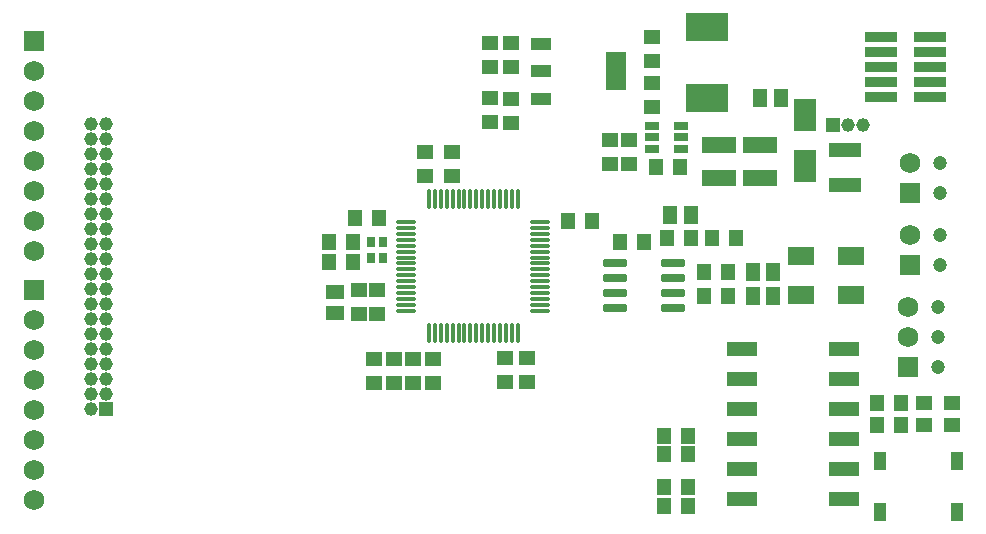
<source format=gts>
G04*
G04 #@! TF.GenerationSoftware,Altium Limited,Altium Designer,23.3.1 (30)*
G04*
G04 Layer_Color=8388736*
%FSLAX24Y24*%
%MOIN*%
G70*
G04*
G04 #@! TF.SameCoordinates,E7BCD5BD-226D-4864-A43D-662A23EE15DB*
G04*
G04*
G04 #@! TF.FilePolarity,Negative*
G04*
G01*
G75*
%ADD37R,0.0488X0.0539*%
%ADD38R,0.0512X0.0618*%
%ADD39R,0.0315X0.0335*%
%ADD40R,0.0571X0.0512*%
%ADD41R,0.0539X0.0488*%
%ADD42R,0.0512X0.0276*%
%ADD43R,0.1146X0.0579*%
%ADD44R,0.1417X0.0965*%
%ADD45R,0.0618X0.0512*%
%ADD46R,0.1000X0.0484*%
%ADD47R,0.0874X0.0630*%
%ADD48R,0.1083X0.0331*%
%ADD49R,0.0689X0.0413*%
%ADD50R,0.0689X0.1299*%
%ADD51R,0.1099X0.0479*%
%ADD52R,0.0394X0.0591*%
%ADD53R,0.0728X0.1083*%
G04:AMPARAMS|DCode=54|XSize=81.5mil|YSize=27.6mil|CornerRadius=4.9mil|HoleSize=0mil|Usage=FLASHONLY|Rotation=0.000|XOffset=0mil|YOffset=0mil|HoleType=Round|Shape=RoundedRectangle|*
%AMROUNDEDRECTD54*
21,1,0.0815,0.0177,0,0,0.0*
21,1,0.0717,0.0276,0,0,0.0*
1,1,0.0098,0.0358,-0.0089*
1,1,0.0098,-0.0358,-0.0089*
1,1,0.0098,-0.0358,0.0089*
1,1,0.0098,0.0358,0.0089*
%
%ADD54ROUNDEDRECTD54*%
G04:AMPARAMS|DCode=55|XSize=65.4mil|YSize=15mil|CornerRadius=4.7mil|HoleSize=0mil|Usage=FLASHONLY|Rotation=0.000|XOffset=0mil|YOffset=0mil|HoleType=Round|Shape=RoundedRectangle|*
%AMROUNDEDRECTD55*
21,1,0.0654,0.0055,0,0,0.0*
21,1,0.0559,0.0150,0,0,0.0*
1,1,0.0094,0.0280,-0.0028*
1,1,0.0094,-0.0280,-0.0028*
1,1,0.0094,-0.0280,0.0028*
1,1,0.0094,0.0280,0.0028*
%
%ADD55ROUNDEDRECTD55*%
G04:AMPARAMS|DCode=56|XSize=65.4mil|YSize=15mil|CornerRadius=4.7mil|HoleSize=0mil|Usage=FLASHONLY|Rotation=270.000|XOffset=0mil|YOffset=0mil|HoleType=Round|Shape=RoundedRectangle|*
%AMROUNDEDRECTD56*
21,1,0.0654,0.0055,0,0,270.0*
21,1,0.0559,0.0150,0,0,270.0*
1,1,0.0094,-0.0028,-0.0280*
1,1,0.0094,-0.0028,0.0280*
1,1,0.0094,0.0028,0.0280*
1,1,0.0094,0.0028,-0.0280*
%
%ADD56ROUNDEDRECTD56*%
%ADD57R,0.0689X0.0689*%
%ADD58C,0.0689*%
%ADD59C,0.0472*%
%ADD60R,0.0453X0.0453*%
%ADD61C,0.0453*%
%ADD62R,0.0453X0.0453*%
D37*
X12100Y9900D02*
D03*
X12900D02*
D03*
X12950Y11350D02*
D03*
X13750D02*
D03*
X24600Y9550D02*
D03*
X25400D02*
D03*
X21801Y10550D02*
D03*
X22600D02*
D03*
X24600Y8750D02*
D03*
X25400D02*
D03*
X23350Y10700D02*
D03*
X24150D02*
D03*
X25650D02*
D03*
X24850D02*
D03*
X24050Y3500D02*
D03*
X23250D02*
D03*
X30350Y4450D02*
D03*
X31150D02*
D03*
X23250Y4100D02*
D03*
X24050D02*
D03*
X30350Y5200D02*
D03*
X31150D02*
D03*
X24050Y1750D02*
D03*
X23250D02*
D03*
X23000Y13050D02*
D03*
X23800D02*
D03*
X20849Y11250D02*
D03*
X20050D02*
D03*
X23250Y2400D02*
D03*
X24050D02*
D03*
X12100Y10550D02*
D03*
X12900D02*
D03*
D38*
X26461Y15350D02*
D03*
X27139D02*
D03*
X26889Y9550D02*
D03*
X26211D02*
D03*
X26889Y8750D02*
D03*
X26211D02*
D03*
X24139Y11450D02*
D03*
X23461D02*
D03*
D39*
X13897Y10566D02*
D03*
Y10034D02*
D03*
X13503D02*
D03*
Y10566D02*
D03*
D40*
X31937Y5200D02*
D03*
X32863D02*
D03*
X31937Y4450D02*
D03*
X32863D02*
D03*
D41*
X14250Y5850D02*
D03*
Y6650D02*
D03*
X16200Y12750D02*
D03*
Y13550D02*
D03*
X17450Y14550D02*
D03*
Y15350D02*
D03*
Y17200D02*
D03*
Y16400D02*
D03*
X13600Y5850D02*
D03*
Y6650D02*
D03*
X15550Y5850D02*
D03*
Y6650D02*
D03*
X13700Y8150D02*
D03*
Y8950D02*
D03*
X22850Y15850D02*
D03*
Y15050D02*
D03*
X18150Y14544D02*
D03*
Y15343D02*
D03*
X18700Y5900D02*
D03*
Y6700D02*
D03*
X14900Y5850D02*
D03*
Y6650D02*
D03*
X13100Y8150D02*
D03*
Y8950D02*
D03*
X17950Y5900D02*
D03*
Y6700D02*
D03*
X18150Y17200D02*
D03*
Y16400D02*
D03*
X15300Y13550D02*
D03*
Y12750D02*
D03*
X22100Y13950D02*
D03*
Y13150D02*
D03*
X21450Y13150D02*
D03*
Y13950D02*
D03*
X22850Y16600D02*
D03*
Y17400D02*
D03*
D42*
X23834Y14424D02*
D03*
Y14050D02*
D03*
Y13676D02*
D03*
X22850D02*
D03*
Y14050D02*
D03*
Y14424D02*
D03*
D43*
X25100Y13809D02*
D03*
Y12691D02*
D03*
X26450D02*
D03*
Y13809D02*
D03*
D44*
X24700Y17732D02*
D03*
Y15350D02*
D03*
D45*
X12300Y8889D02*
D03*
Y8211D02*
D03*
D46*
X29243Y7000D02*
D03*
Y6000D02*
D03*
Y5000D02*
D03*
Y4000D02*
D03*
Y3000D02*
D03*
Y2000D02*
D03*
X25857Y7000D02*
D03*
Y6000D02*
D03*
Y5000D02*
D03*
Y4000D02*
D03*
Y3000D02*
D03*
Y2000D02*
D03*
D47*
X29483Y10100D02*
D03*
X27817D02*
D03*
X29483Y8800D02*
D03*
X27817D02*
D03*
D48*
X30483Y17400D02*
D03*
X32117D02*
D03*
X30483Y16900D02*
D03*
X32117D02*
D03*
X30483Y16400D02*
D03*
X32117D02*
D03*
X30483Y15900D02*
D03*
X32117D02*
D03*
Y15400D02*
D03*
X30483D02*
D03*
D49*
X19140Y17156D02*
D03*
Y16250D02*
D03*
Y15344D02*
D03*
D50*
X21660Y16250D02*
D03*
D51*
X29300Y12460D02*
D03*
Y13640D02*
D03*
D52*
X33030Y3250D02*
D03*
X30470D02*
D03*
X33030Y1550D02*
D03*
X30470D02*
D03*
D53*
X27950Y14796D02*
D03*
Y13104D02*
D03*
D54*
X23572Y9850D02*
D03*
Y9350D02*
D03*
Y8850D02*
D03*
Y8350D02*
D03*
X21628D02*
D03*
Y8850D02*
D03*
Y9350D02*
D03*
Y9850D02*
D03*
D55*
X19136Y11226D02*
D03*
Y11030D02*
D03*
Y10833D02*
D03*
Y10636D02*
D03*
Y10439D02*
D03*
Y10242D02*
D03*
Y10045D02*
D03*
Y9848D02*
D03*
Y9652D02*
D03*
Y9455D02*
D03*
Y9258D02*
D03*
Y9061D02*
D03*
Y8864D02*
D03*
Y8667D02*
D03*
Y8470D02*
D03*
Y8274D02*
D03*
X14664D02*
D03*
Y8470D02*
D03*
Y8667D02*
D03*
Y8864D02*
D03*
Y9061D02*
D03*
Y9258D02*
D03*
Y9455D02*
D03*
Y9652D02*
D03*
Y9848D02*
D03*
Y10045D02*
D03*
Y10242D02*
D03*
Y10439D02*
D03*
Y10636D02*
D03*
Y10833D02*
D03*
Y11030D02*
D03*
Y11226D02*
D03*
D56*
X18376Y7514D02*
D03*
X18180D02*
D03*
X17983D02*
D03*
X17786D02*
D03*
X17589D02*
D03*
X17392D02*
D03*
X17195D02*
D03*
X16998D02*
D03*
X16802D02*
D03*
X16605D02*
D03*
X16408D02*
D03*
X16211D02*
D03*
X16014D02*
D03*
X15817D02*
D03*
X15620D02*
D03*
X15424D02*
D03*
Y11986D02*
D03*
X15620D02*
D03*
X15817D02*
D03*
X16014D02*
D03*
X16211D02*
D03*
X16408D02*
D03*
X16605D02*
D03*
X16802D02*
D03*
X16998D02*
D03*
X17195D02*
D03*
X17392D02*
D03*
X17589D02*
D03*
X17786D02*
D03*
X17983D02*
D03*
X18180D02*
D03*
X18376D02*
D03*
D57*
X2250Y8950D02*
D03*
X31450Y12200D02*
D03*
X31400Y6400D02*
D03*
X2250Y17250D02*
D03*
X31450Y9800D02*
D03*
D58*
X2250Y7950D02*
D03*
Y6950D02*
D03*
Y5950D02*
D03*
Y4950D02*
D03*
Y3950D02*
D03*
Y2950D02*
D03*
Y1950D02*
D03*
X31450Y13200D02*
D03*
X31400Y8400D02*
D03*
Y7400D02*
D03*
X2250Y16250D02*
D03*
Y15250D02*
D03*
Y14250D02*
D03*
Y13250D02*
D03*
Y12250D02*
D03*
Y11250D02*
D03*
Y10250D02*
D03*
X31450Y10800D02*
D03*
D59*
X32450Y13200D02*
D03*
Y12200D02*
D03*
X32400Y8400D02*
D03*
Y7400D02*
D03*
Y6400D02*
D03*
X32450Y10800D02*
D03*
Y9800D02*
D03*
D60*
X28900Y14450D02*
D03*
D61*
X29400D02*
D03*
X29900D02*
D03*
X4150Y5000D02*
D03*
X4650Y5500D02*
D03*
X4150D02*
D03*
X4650Y6000D02*
D03*
X4150D02*
D03*
X4650Y6500D02*
D03*
X4150D02*
D03*
X4650Y7000D02*
D03*
X4150D02*
D03*
X4650Y7500D02*
D03*
X4150D02*
D03*
X4650Y8000D02*
D03*
X4150D02*
D03*
X4650Y8500D02*
D03*
X4150D02*
D03*
X4650Y9000D02*
D03*
X4150D02*
D03*
X4650Y9500D02*
D03*
X4150D02*
D03*
X4650Y10000D02*
D03*
X4150D02*
D03*
X4650Y10500D02*
D03*
X4150D02*
D03*
X4650Y11000D02*
D03*
X4150D02*
D03*
X4650Y11500D02*
D03*
X4150D02*
D03*
X4650Y12000D02*
D03*
X4150D02*
D03*
X4650Y12500D02*
D03*
X4150D02*
D03*
X4650Y13000D02*
D03*
X4150D02*
D03*
X4650Y13500D02*
D03*
X4150D02*
D03*
X4650Y14000D02*
D03*
X4150D02*
D03*
X4650Y14500D02*
D03*
X4150D02*
D03*
D62*
X4650Y5000D02*
D03*
M02*

</source>
